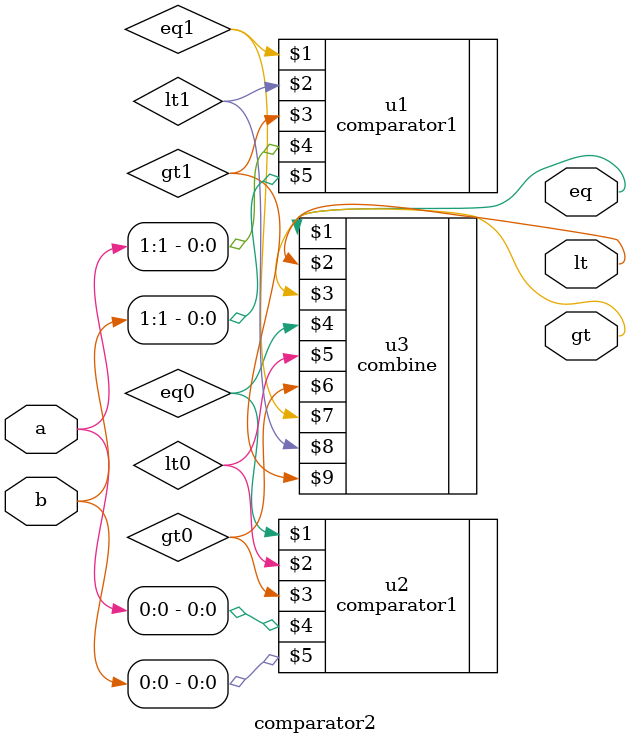
<source format=v>
module comparator2(eq, lt, gt, a, b);
		
  input [1:0] a, b;

  output gt, lt, eq;
  	
  wire w1, w0, gt1, lt1, eq1, gt0, lt0, eq0;

	

  comparator1 u1 (eq1, lt1, gt1, a[1], b[1]);
	
  comparator1 u2 (eq0, lt0, gt0, a[0], b[0]);
	
  combine u3 (eq, lt, gt, eq0, lt0, gt0, eq1, lt1, gt1);

endmodule


</source>
